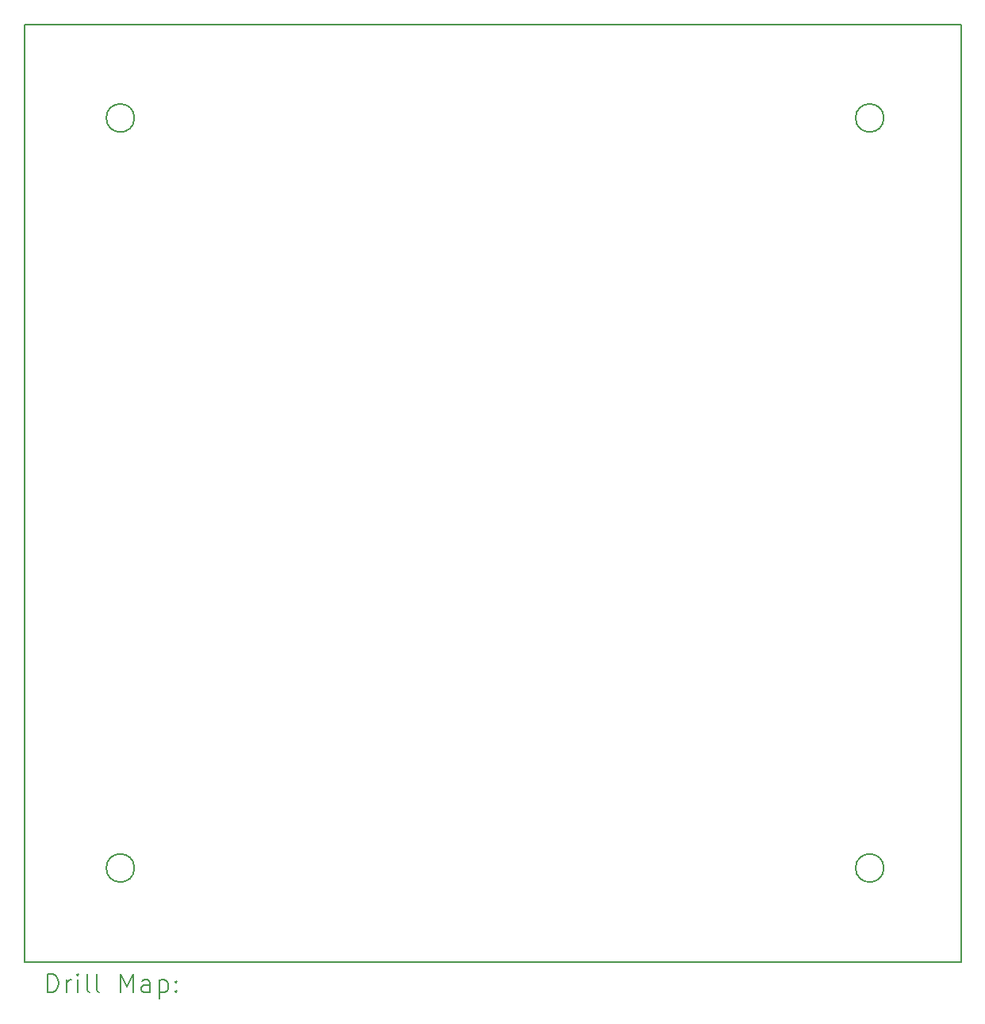
<source format=gbr>
%TF.GenerationSoftware,KiCad,Pcbnew,(6.0.7)*%
%TF.CreationDate,2022-09-05T15:10:39+08:00*%
%TF.ProjectId,6_6,365f362e-6b69-4636-9164-5f7063625858,rev?*%
%TF.SameCoordinates,Original*%
%TF.FileFunction,Drillmap*%
%TF.FilePolarity,Positive*%
%FSLAX45Y45*%
G04 Gerber Fmt 4.5, Leading zero omitted, Abs format (unit mm)*
G04 Created by KiCad (PCBNEW (6.0.7)) date 2022-09-05 15:10:39*
%MOMM*%
%LPD*%
G01*
G04 APERTURE LIST*
%ADD10C,0.200000*%
G04 APERTURE END LIST*
D10*
X1176000Y-1206500D02*
X11176000Y-1206500D01*
X11176000Y-1206500D02*
X11176000Y-11206500D01*
X11176000Y-11206500D02*
X1176000Y-11206500D01*
X1176000Y-11206500D02*
X1176000Y-1206500D01*
X2350000Y-2200000D02*
G75*
G03*
X2350000Y-2200000I-150000J0D01*
G01*
X10350000Y-10200000D02*
G75*
G03*
X10350000Y-10200000I-150000J0D01*
G01*
X10350000Y-2200000D02*
G75*
G03*
X10350000Y-2200000I-150000J0D01*
G01*
X2350000Y-10200000D02*
G75*
G03*
X2350000Y-10200000I-150000J0D01*
G01*
X1423619Y-11526976D02*
X1423619Y-11326976D01*
X1471238Y-11326976D01*
X1499809Y-11336500D01*
X1518857Y-11355548D01*
X1528381Y-11374595D01*
X1537905Y-11412690D01*
X1537905Y-11441262D01*
X1528381Y-11479357D01*
X1518857Y-11498405D01*
X1499809Y-11517452D01*
X1471238Y-11526976D01*
X1423619Y-11526976D01*
X1623619Y-11526976D02*
X1623619Y-11393643D01*
X1623619Y-11431738D02*
X1633143Y-11412690D01*
X1642667Y-11403167D01*
X1661714Y-11393643D01*
X1680762Y-11393643D01*
X1747428Y-11526976D02*
X1747428Y-11393643D01*
X1747428Y-11326976D02*
X1737905Y-11336500D01*
X1747428Y-11346024D01*
X1756952Y-11336500D01*
X1747428Y-11326976D01*
X1747428Y-11346024D01*
X1871238Y-11526976D02*
X1852190Y-11517452D01*
X1842667Y-11498405D01*
X1842667Y-11326976D01*
X1976000Y-11526976D02*
X1956952Y-11517452D01*
X1947428Y-11498405D01*
X1947428Y-11326976D01*
X2204571Y-11526976D02*
X2204571Y-11326976D01*
X2271238Y-11469833D01*
X2337905Y-11326976D01*
X2337905Y-11526976D01*
X2518857Y-11526976D02*
X2518857Y-11422214D01*
X2509333Y-11403167D01*
X2490286Y-11393643D01*
X2452190Y-11393643D01*
X2433143Y-11403167D01*
X2518857Y-11517452D02*
X2499810Y-11526976D01*
X2452190Y-11526976D01*
X2433143Y-11517452D01*
X2423619Y-11498405D01*
X2423619Y-11479357D01*
X2433143Y-11460309D01*
X2452190Y-11450786D01*
X2499810Y-11450786D01*
X2518857Y-11441262D01*
X2614095Y-11393643D02*
X2614095Y-11593643D01*
X2614095Y-11403167D02*
X2633143Y-11393643D01*
X2671238Y-11393643D01*
X2690286Y-11403167D01*
X2699810Y-11412690D01*
X2709333Y-11431738D01*
X2709333Y-11488881D01*
X2699810Y-11507928D01*
X2690286Y-11517452D01*
X2671238Y-11526976D01*
X2633143Y-11526976D01*
X2614095Y-11517452D01*
X2795048Y-11507928D02*
X2804571Y-11517452D01*
X2795048Y-11526976D01*
X2785524Y-11517452D01*
X2795048Y-11507928D01*
X2795048Y-11526976D01*
X2795048Y-11403167D02*
X2804571Y-11412690D01*
X2795048Y-11422214D01*
X2785524Y-11412690D01*
X2795048Y-11403167D01*
X2795048Y-11422214D01*
M02*

</source>
